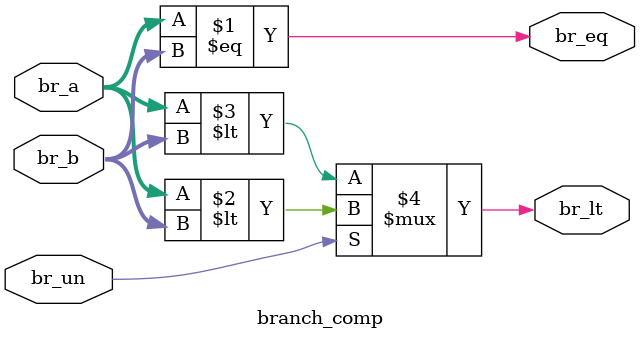
<source format=v>

module branch_comp (
  input br_un,       // 1: Unsigned LT, 0: Signed LT
  input [31:0] br_a,
  input [31:0] br_b,
  output br_eq,
  output br_lt
);

  assign br_eq = (br_a == br_b);
  assign br_lt = (br_un) ? br_a < br_b : $signed(br_a) < $signed(br_b);

endmodule

</source>
